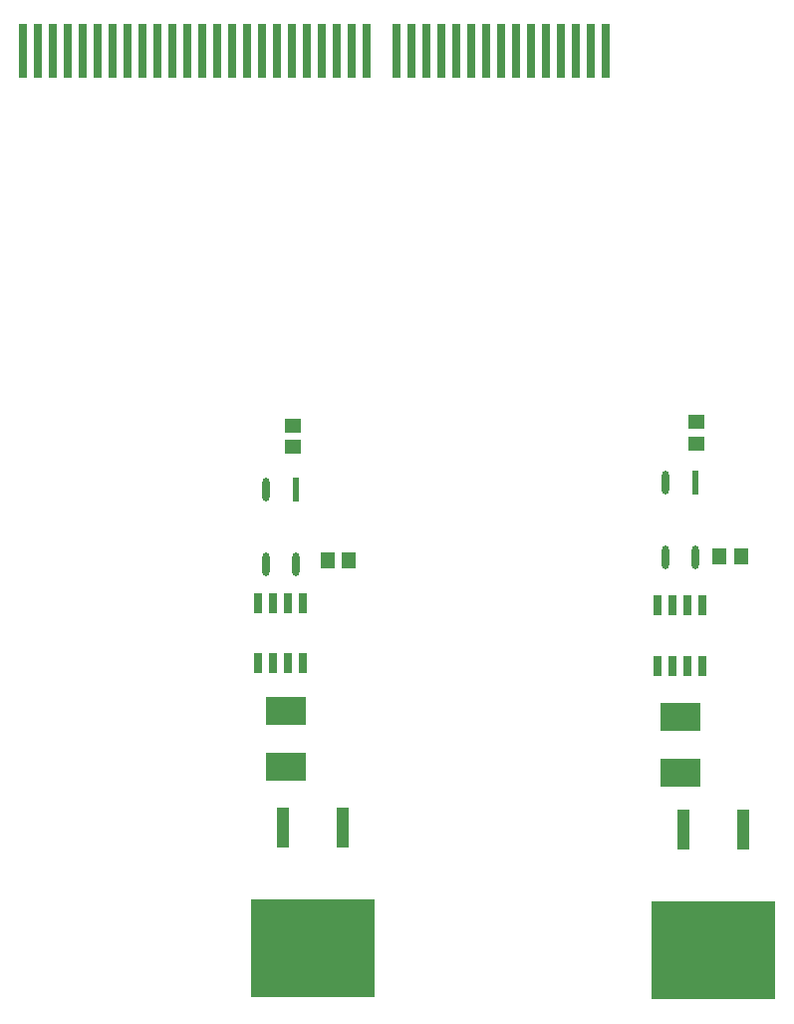
<source format=gbr>
%TF.GenerationSoftware,Altium Limited,Altium Designer,22.11.1 (43)*%
G04 Layer_Color=8421504*
%FSLAX45Y45*%
%MOMM*%
%TF.SameCoordinates,F2FF868D-8EDF-4B6E-A412-4C3DA5591A8F*%
%TF.FilePolarity,Positive*%
%TF.FileFunction,Paste,Top*%
%TF.Part,Single*%
G01*
G75*
%TA.AperFunction,SMDPad,CuDef*%
%ADD10R,1.01600X3.50400*%
%ADD11R,10.49000X8.38000*%
%ADD12R,0.61213X2.00303*%
G04:AMPARAMS|DCode=13|XSize=2.00303mm|YSize=0.61213mm|CornerRadius=0.30606mm|HoleSize=0mm|Usage=FLASHONLY|Rotation=270.000|XOffset=0mm|YOffset=0mm|HoleType=Round|Shape=RoundedRectangle|*
%AMROUNDEDRECTD13*
21,1,2.00303,0.00000,0,0,270.0*
21,1,1.39090,0.61213,0,0,270.0*
1,1,0.61213,0.00000,-0.69545*
1,1,0.61213,0.00000,0.69545*
1,1,0.61213,0.00000,0.69545*
1,1,0.61213,0.00000,-0.69545*
%
%ADD13ROUNDEDRECTD13*%
G04:AMPARAMS|DCode=14|XSize=1.76mm|YSize=0.6mm|CornerRadius=0.075mm|HoleSize=0mm|Usage=FLASHONLY|Rotation=270.000|XOffset=0mm|YOffset=0mm|HoleType=Round|Shape=RoundedRectangle|*
%AMROUNDEDRECTD14*
21,1,1.76000,0.45000,0,0,270.0*
21,1,1.61000,0.60000,0,0,270.0*
1,1,0.15000,-0.22500,-0.80500*
1,1,0.15000,-0.22500,0.80500*
1,1,0.15000,0.22500,0.80500*
1,1,0.15000,0.22500,-0.80500*
%
%ADD14ROUNDEDRECTD14*%
%ADD15R,1.20000X1.40000*%
%ADD16R,3.35000X2.45000*%
%ADD17R,1.40000X1.20000*%
%ADD18R,0.66000X4.57200*%
D10*
X5040000Y3170000D02*
D03*
X4532000D02*
D03*
X8440000Y3150000D02*
D03*
X7932000D02*
D03*
D11*
X4786000Y2145000D02*
D03*
X8186000Y2125000D02*
D03*
D12*
X4637000Y6035004D02*
D03*
X8035500Y6095005D02*
D03*
D13*
X4383000Y6035004D02*
D03*
Y5404996D02*
D03*
X4637000D02*
D03*
X7781500Y6095005D02*
D03*
Y5464996D02*
D03*
X8035500D02*
D03*
D14*
X8094000Y4540000D02*
D03*
X7967000D02*
D03*
X7840000D02*
D03*
X7713000D02*
D03*
Y5056000D02*
D03*
X7840000D02*
D03*
X7967000D02*
D03*
X8094000D02*
D03*
X4700500Y4560000D02*
D03*
X4573500D02*
D03*
X4446500D02*
D03*
X4319500D02*
D03*
Y5076000D02*
D03*
X4446500D02*
D03*
X4573500D02*
D03*
X4700500D02*
D03*
D15*
X8240000Y5470000D02*
D03*
X8420000D02*
D03*
X5090000Y5440000D02*
D03*
X4910000D02*
D03*
D16*
X7910000Y4105000D02*
D03*
Y3635000D02*
D03*
X4550000Y4155000D02*
D03*
Y3685000D02*
D03*
D17*
X8040000Y6430000D02*
D03*
Y6610000D02*
D03*
X4610000Y6400000D02*
D03*
Y6580000D02*
D03*
D18*
X2317650Y9760000D02*
D03*
X2444650D02*
D03*
X2571650D02*
D03*
X2698650D02*
D03*
X2825650D02*
D03*
X2952650D02*
D03*
X3079650D02*
D03*
X3206650D02*
D03*
X3333650D02*
D03*
X3460650D02*
D03*
X3587650D02*
D03*
X3714650D02*
D03*
X3841650D02*
D03*
X3968650D02*
D03*
X4095650D02*
D03*
X4222650D02*
D03*
X4349650D02*
D03*
X4476650D02*
D03*
X4603650D02*
D03*
X4730650D02*
D03*
X4857650D02*
D03*
X4984650D02*
D03*
X5111650D02*
D03*
X5238650D02*
D03*
X5492650D02*
D03*
X5619650D02*
D03*
X5746650D02*
D03*
X5873650D02*
D03*
X6000650D02*
D03*
X6127650D02*
D03*
X6254650D02*
D03*
X6381650D02*
D03*
X6508650D02*
D03*
X6635650D02*
D03*
X6762650D02*
D03*
X6889650D02*
D03*
X7016650D02*
D03*
X7143650D02*
D03*
X7270650D02*
D03*
%TF.MD5,c31e9ffcb6fa4abc67fa9abcb3730bfe*%
M02*

</source>
